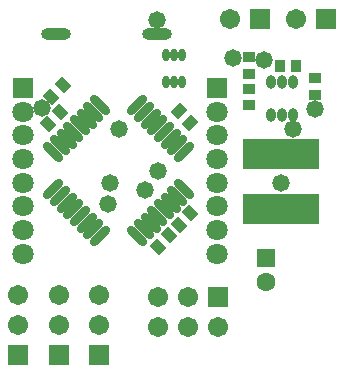
<source format=gts>
%FSTAX23Y23*%
%MOIN*%
%SFA1B1*%

%IPPOS*%
%AMD38*
4,1,4,0.027900,-0.002800,-0.002800,0.027900,-0.027900,0.002800,0.002800,-0.027900,0.027900,-0.002800,0.0*
%
%AMD39*
4,1,4,-0.002800,-0.027900,0.027900,0.002800,0.002800,0.027900,-0.027900,-0.002800,-0.002800,-0.027900,0.0*
%
%AMD44*
4,1,4,0.029900,0.009000,0.009000,0.029900,-0.029900,-0.009000,-0.009000,-0.029900,0.029900,0.009000,0.0*
1,1,0.029650,0.019400,0.019400*
1,1,0.029650,-0.019400,-0.019400*
%
%AMD45*
4,1,4,-0.009000,0.029900,-0.029900,0.009000,0.009000,-0.029900,0.029900,-0.009000,-0.009000,0.029900,0.0*
1,1,0.029650,-0.019400,0.019400*
1,1,0.029650,0.019400,-0.019400*
%
G04~CAMADD=38~9~0.0~0.0~434.3~355.6~0.0~0.0~0~0.0~0.0~0.0~0.0~0~0.0~0.0~0.0~0.0~0~0.0~0.0~0.0~315.0~558.0~557.0*
%ADD38D38*%
G04~CAMADD=39~9~0.0~0.0~434.3~355.6~0.0~0.0~0~0.0~0.0~0.0~0.0~0~0.0~0.0~0.0~0.0~0~0.0~0.0~0.0~225.0~558.0~557.0*
%ADD39D39*%
%ADD40R,0.043430X0.035560*%
%ADD41R,0.035560X0.043430*%
%ADD42R,0.256820X0.100910*%
%ADD43O,0.023750X0.041470*%
G04~CAMADD=44~3~0.0~0.0~296.5~847.7~0.0~0.0~0~0.0~0.0~0.0~0.0~0~0.0~0.0~0.0~0.0~0~0.0~0.0~0.0~315.0~684.0~684.0*
%ADD44D44*%
G04~CAMADD=45~3~0.0~0.0~296.5~847.7~0.0~0.0~0~0.0~0.0~0.0~0.0~0~0.0~0.0~0.0~0.0~0~0.0~0.0~0.0~45.0~684.0~684.0*
%ADD45D45*%
%ADD46O,0.098550X0.039500*%
%ADD47O,0.031620X0.045400*%
%ADD48C,0.067060*%
%ADD49R,0.067060X0.067060*%
%ADD50R,0.067060X0.067060*%
%ADD51R,0.063120X0.063120*%
%ADD52C,0.063120*%
%ADD53C,0.070990*%
%ADD54R,0.070990X0.070990*%
%ADD55C,0.058000*%
G54D38*
X0125Y0455D03*
X01289Y04589D03*
X01299Y04679D03*
X0126Y0464D03*
X01685Y04215D03*
X01724Y04254D03*
X01615Y0414D03*
X01654Y04179D03*
G54D39*
X01685Y04594D03*
X01724Y04555D03*
G54D40*
X0214Y04702D03*
Y04647D03*
X0192Y04772D03*
Y04717D03*
Y04667D03*
Y04612D03*
G54D41*
X02022Y04745D03*
X02077D03*
G54D42*
X02025Y04451D03*
Y04268D03*
G54D43*
X01644Y0469D03*
X0167D03*
X01695D03*
X01644Y04779D03*
X0167D03*
X01695D03*
G54D44*
X01546Y04612D03*
X01569Y0459D03*
X01591Y04568D03*
X01613Y04546D03*
X01636Y04523D03*
X01658Y04501D03*
X0168Y04479D03*
X01702Y04456D03*
X01423Y04177D03*
X014Y04199D03*
X01378Y04221D03*
X01356Y04243D03*
X01333Y04266D03*
X01311Y04288D03*
X01289Y0431D03*
X01267Y04333D03*
G54D45*
X01702Y04333D03*
X0168Y0431D03*
X01658Y04288D03*
X01636Y04266D03*
X01613Y04243D03*
X01591Y04221D03*
X01569Y04199D03*
X01546Y04177D03*
X01267Y04456D03*
X01289Y04479D03*
X01311Y04501D03*
X01333Y04523D03*
X01356Y04546D03*
X01378Y04568D03*
X014Y0459D03*
X01423Y04612D03*
G54D46*
X01612Y0485D03*
X01277D03*
G54D47*
X02067Y04689D03*
X0203D03*
X01992D03*
X02067Y0458D03*
X0203D03*
X01992D03*
G54D48*
X0142Y0398D03*
Y0388D03*
X01285Y0398D03*
Y0388D03*
X0115Y0398D03*
Y0388D03*
X01615Y03875D03*
Y03975D03*
X01715Y03875D03*
Y03975D03*
X01815Y03875D03*
X02075Y049D03*
X01855D03*
G54D49*
X0142Y0378D03*
X01285D03*
X0115D03*
G54D50*
X01815Y03975D03*
X02175Y049D03*
X01955D03*
G54D51*
X01975Y04104D03*
G54D52*
X01975Y04025D03*
G54D53*
X01165Y04118D03*
Y04197D03*
Y04276D03*
Y04355D03*
Y04433D03*
Y04512D03*
Y04591D03*
X01814Y04118D03*
Y04197D03*
Y04276D03*
Y04355D03*
Y04433D03*
Y04512D03*
Y04591D03*
G54D54*
X01165Y0467D03*
X01814D03*
G54D55*
X01572Y0433D03*
X0214Y046D03*
X02067Y04532D03*
X0197Y04765D03*
X01612Y04897D03*
X01867Y0477D03*
X0123Y04605D03*
X01485Y04535D03*
X0145Y04285D03*
X02025Y04355D03*
X01615Y04395D03*
X01455Y04355D03*
M02*
</source>
